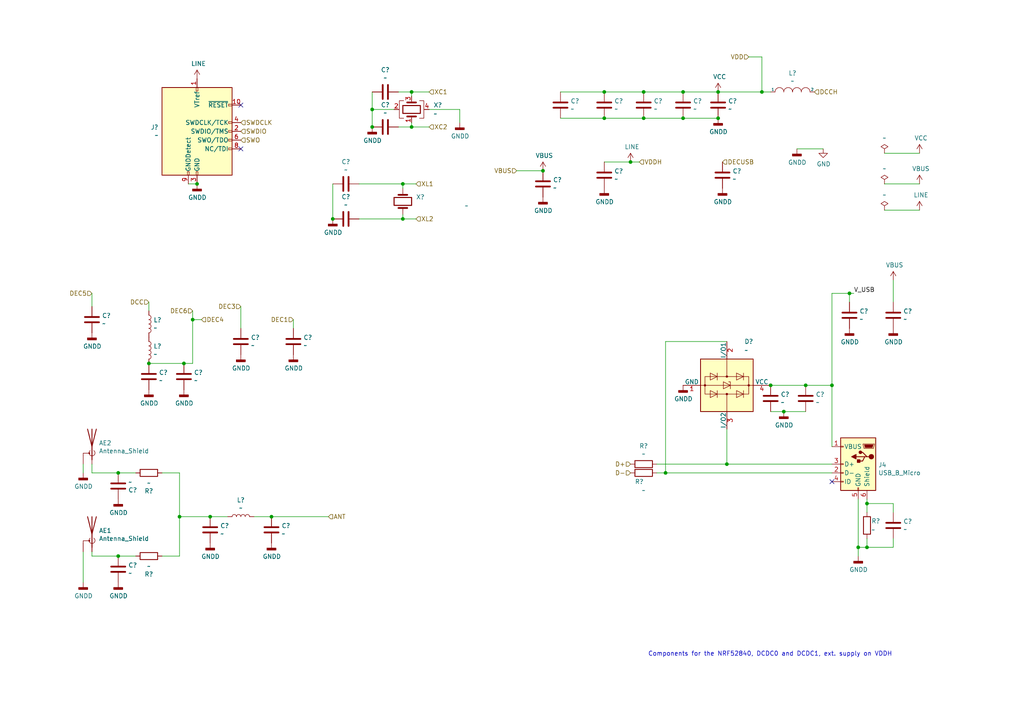
<source format=kicad_sch>
(kicad_sch (version 20211123) (generator eeschema)
  (paper "A4")
  (title_block (title "brewce Cooker Hardware") (date "2023-06-22") (rev "1.0.2") (company "Christian Hirsch") (comment 1 "Copyright 2023 Christian Hirsch") (comment 2 "SPDX-License-Identifier: Apache-2.0 WITH SHL-2.1"))
  (lib_symbols
    (symbol "Connector:Conn_ARM_JTAG_SWD_10" (pin_names (offset 1.016))
      (property "Reference" "J" (at -2.54 16.51 0))
      (property "Value" "Conn_ARM_JTAG_SWD_10" (at -2.54 13.97 0))
      (symbol "Conn_ARM_JTAG_SWD_10_0_1"
        (rectangle (start -10.16 12.7) (end 10.16 -12.7) (stroke (width 0.254)) (fill (type background)))
        (rectangle (start -2.794 -12.7) (end -2.286 -11.684))
        (rectangle (start -0.254 -12.7) (end 0.254 -11.684))
        (rectangle (start -0.254 12.7) (end 0.254 11.684))
        (rectangle (start 9.144 2.286) (end 10.16 2.794))
        (rectangle (start 10.16 -2.794) (end 9.144 -2.286))
        (rectangle (start 10.16 -0.254) (end 9.144 0.254))
        (rectangle (start 10.16 7.874) (end 9.144 7.366))
      )
      (symbol "Conn_ARM_JTAG_SWD_10_1_1"
        (rectangle (start 9.144 -5.334) (end 10.16 -4.826))
        (pin power_in line (at 0 15.24 270) (length 2.54) (name "VTref") (number "1"))
        (pin open_collector line (at 12.7 7.62 180) (length 2.54) (name "~{RESET}") (number "10"))
        (pin bidirectional line (at 12.7 0 180) (length 2.54) (name "SWDIO/TMS") (number "2"))
        (pin power_in line (at 0 -15.24 90) (length 2.54) (name "GND") (number "3"))
        (pin output line (at 12.7 2.54 180) (length 2.54) (name "SWDCLK/TCK") (number "4"))
        (pin passive line (at 0 -15.24 90) (length 2.54) hide (name "GND") (number "5"))
        (pin input line (at 12.7 -2.54 180) (length 2.54) (name "SWO/TDO") (number "6"))
        (pin no_connect line (at -10.16 0 0) (length 2.54) hide (name "KEY") (number "7"))
        (pin output line (at 12.7 -5.08 180) (length 2.54) (name "NC/TDI") (number "8"))
        (pin passive line (at -2.54 -15.24 90) (length 2.54) (name "GNDDetect") (number "9"))
      )
    )
    (symbol "Connector:USB_B_Micro" (pin_names (offset 1.016))
      (property "Reference" "J" (at -5.08 11.43 0))
      (property "Value" "USB_B_Micro" (at -5.08 8.89 0))
      (symbol "USB_B_Micro_0_1"
        (rectangle (start -5.08 -7.62) (end 5.08 7.62) (stroke (width 0.254)) (fill (type background)))
        (circle (center -3.81 2.159) (radius 0.635) (stroke (width 0.254)) (fill (type outline)))
        (circle (center -0.635 3.429) (radius 0.381) (stroke (width 0.254)) (fill (type outline)))
        (rectangle (start -0.127 -7.62) (end 0.127 -6.858))
        (polyline (pts (xy -1.905 2.159) (xy 0.635 2.159)) (stroke (width 0.254)))
        (polyline (pts (xy -3.175 2.159) (xy -2.54 2.159) (xy -1.27 3.429) (xy -0.635 3.429)) (stroke (width 0.254)))
        (polyline (pts (xy -2.54 2.159) (xy -1.905 2.159) (xy -1.27 0.889) (xy 0 0.889)) (stroke (width 0.254)))
        (polyline (pts (xy 0.635 2.794) (xy 0.635 1.524) (xy 1.905 2.159) (xy 0.635 2.794)) (stroke (width 0.254)) (fill (type outline)))
        (polyline (pts (xy -4.318 5.588) (xy -1.778 5.588) (xy -2.032 4.826) (xy -4.064 4.826) (xy -4.318 5.588)) (fill (type outline)))
        (polyline (pts (xy -4.699 5.842) (xy -4.699 5.588) (xy -4.445 4.826) (xy -4.445 4.572) (xy -1.651 4.572) (xy -1.651 4.826) (xy -1.397 5.588) (xy -1.397 5.842) (xy -4.699 5.842)))
        (rectangle (start 0.254 1.27) (end -0.508 0.508) (stroke (width 0.254)) (fill (type outline)))
        (rectangle (start 5.08 -5.207) (end 4.318 -4.953))
        (rectangle (start 5.08 -2.667) (end 4.318 -2.413))
        (rectangle (start 5.08 -0.127) (end 4.318 0.127))
        (rectangle (start 5.08 4.953) (end 4.318 5.207))
      )
      (symbol "USB_B_Micro_1_1"
        (pin power_out line (at 7.62 5.08 180) (length 2.54) (name "VBUS") (number "1"))
        (pin bidirectional line (at 7.62 -2.54 180) (length 2.54) (name "D-") (number "2"))
        (pin bidirectional line (at 7.62 0 180) (length 2.54) (name "D+") (number "3"))
        (pin passive line (at 7.62 -5.08 180) (length 2.54) (name "ID") (number "4"))
        (pin power_out line (at 0 -10.16 90) (length 2.54) (name "GND") (number "5"))
        (pin passive line (at -2.54 -10.16 90) (length 2.54) (name "Shield") (number "6"))
      )
    )
    (symbol "Device:Antenna_Shield" (pin_numbers hide) (pin_names (offset 1.016) hide)
      (property "Reference" "AE" (at -1.905 4.445 0))
      (property "Value" "Antenna_Shield" (at -1.905 2.54 0))
      (symbol "Antenna_Shield_0_1"
        (arc (start -0.508 -1.143) (mid -0.8429 -2.1194) (end 0 -2.667))
        (arc (start 0 -2.667) (mid 0.7989 -2.1052) (end 0.508 -1.143))
        (polyline (pts (xy 0 -2.54) (xy 0 0)))
        (polyline (pts (xy 0 5.08) (xy 0 -3.81)) (stroke (width 0.254)))
        (polyline (pts (xy 0.762 -1.905) (xy 2.54 -1.905)))
        (polyline (pts (xy 2.54 -2.54) (xy 2.54 -1.905)))
        (polyline (pts (xy 1.27 5.08) (xy 0 0) (xy -1.27 5.08)) (stroke (width 0.254)))
        (circle (center 0.762 -1.905) (radius 0.1778) (fill (type outline)))
      )
      (symbol "Antenna_Shield_1_1"
        (pin input line (at 0 -5.08 90) (length 2.54) (name "A") (number "1"))
        (pin input line (at 2.54 -5.08 90) (length 2.54) (name "Shield") (number "2"))
      )
    )
    (symbol "Device:C" (pin_numbers hide) (pin_names (offset 0.254))
      (property "Reference" "C" (at 0.635 2.54 0))
      (property "Value" "C" (at 0.635 -2.54 0))
      (symbol "C_0_1"
        (polyline (pts (xy -2.032 -0.762) (xy 2.032 -0.762)) (stroke (width 0.508)))
        (polyline (pts (xy -2.032 0.762) (xy 2.032 0.762)) (stroke (width 0.508)))
      )
      (symbol "C_1_1"
        (pin passive line (at 0 3.81 270) (length 2.794) (name "~") (number "1"))
        (pin passive line (at 0 -3.81 90) (length 2.794) (name "~") (number "2"))
      )
    )
    (symbol "Device:Crystal" (pin_numbers hide) (pin_names (offset 1.016) hide)
      (property "Reference" "Y" (at 0 3.81 0))
      (property "Value" "Crystal" (at 0 -3.81 0))
      (symbol "Crystal_0_1"
        (rectangle (start -1.143 2.54) (end 1.143 -2.54) (stroke (width 0.3048)))
        (polyline (pts (xy -2.54 0) (xy -1.905 0)))
        (polyline (pts (xy -1.905 -1.27) (xy -1.905 1.27)) (stroke (width 0.508)))
        (polyline (pts (xy 1.905 -1.27) (xy 1.905 1.27)) (stroke (width 0.508)))
        (polyline (pts (xy 2.54 0) (xy 1.905 0)))
      )
      (symbol "Crystal_1_1"
        (pin passive line (at -3.81 0 0) (length 1.27) (name "1") (number "1"))
        (pin passive line (at 3.81 0 180) (length 1.27) (name "2") (number "2"))
      )
    )
    (symbol "Device:Crystal_GND24" (pin_names (offset 1.016) hide)
      (property "Reference" "Y" (at 3.175 5.08 0))
      (property "Value" "Crystal_GND24" (at 3.175 3.175 0))
      (symbol "Crystal_GND24_0_1"
        (rectangle (start -1.143 2.54) (end 1.143 -2.54) (stroke (width 0.3048)))
        (polyline (pts (xy -2.54 0) (xy -2.032 0)))
        (polyline (pts (xy -2.032 -1.27) (xy -2.032 1.27)) (stroke (width 0.508)))
        (polyline (pts (xy 0 -3.81) (xy 0 -3.556)))
        (polyline (pts (xy 0 3.556) (xy 0 3.81)))
        (polyline (pts (xy 2.032 -1.27) (xy 2.032 1.27)) (stroke (width 0.508)))
        (polyline (pts (xy 2.032 0) (xy 2.54 0)))
        (polyline (pts (xy -2.54 -2.286) (xy -2.54 -3.556) (xy 2.54 -3.556) (xy 2.54 -2.286)))
        (polyline (pts (xy -2.54 2.286) (xy -2.54 3.556) (xy 2.54 3.556) (xy 2.54 2.286)))
      )
      (symbol "Crystal_GND24_1_1"
        (pin passive line (at -3.81 0 0) (length 1.27) (name "1") (number "1"))
        (pin passive line (at 0 5.08 270) (length 1.27) (name "2") (number "2"))
        (pin passive line (at 3.81 0 180) (length 1.27) (name "3") (number "3"))
        (pin passive line (at 0 -5.08 90) (length 1.27) (name "4") (number "4"))
      )
    )
    (symbol "Device:L" (pin_numbers hide) (pin_names (offset 1.016) hide)
      (property "Reference" "L" (at -1.27 0 90))
      (property "Value" "L" (at 1.905 0 90))
      (symbol "L_0_1"
        (arc (start 0 -2.54) (mid 0.635 -1.905) (end 0 -1.27))
        (arc (start 0 -1.27) (mid 0.635 -0.635) (end 0 0))
        (arc (start 0 0) (mid 0.635 0.635) (end 0 1.27))
        (arc (start 0 1.27) (mid 0.635 1.905) (end 0 2.54))
      )
      (symbol "L_1_1"
        (pin passive line (at 0 3.81 270) (length 1.27) (name "1") (number "1"))
        (pin passive line (at 0 -3.81 90) (length 1.27) (name "2") (number "2"))
      )
    )
    (symbol "Device:R" (pin_numbers hide) (pin_names (offset 0))
      (property "Reference" "R" (at 2.032 0 90))
      (property "Value" "R" (at 0 0 90))
      (symbol "R_0_1"
        (rectangle (start -1.016 -2.54) (end 1.016 2.54) (stroke (width 0.254)))
      )
      (symbol "R_1_1"
        (pin passive line (at 0 3.81 270) (length 1.27) (name "~") (number "1"))
        (pin passive line (at 0 -3.81 90) (length 1.27) (name "~") (number "2"))
      )
    )
    (symbol "Power_Protection:PRTR5V0U2X" (pin_names (offset 0))
      (property "Reference" "D" (at 2.794 8.636 0))
      (property "Value" "PRTR5V0U2X" (at 8.128 -9.398 0))
      (symbol "PRTR5V0U2X_0_1"
        (rectangle (start -7.62 -7.62) (end 7.62 7.62) (stroke (width 0.254)) (fill (type background)))
        (circle (center -2.54 0) (radius 0.254) (fill (type outline)))
        (rectangle (start -2.54 6.35) (end 2.54 -6.35))
        (circle (center 0 -6.35) (radius 0.254) (fill (type outline)))
        (polyline (pts (xy -2.54 0) (xy -7.62 0)))
        (polyline (pts (xy -1.524 -2.794) (xy -3.556 -2.794)))
        (polyline (pts (xy -1.524 4.826) (xy -3.556 4.826)))
        (polyline (pts (xy 0 -7.62) (xy 0 7.62)))
        (polyline (pts (xy 1.524 -2.794) (xy 3.556 -2.794)))
        (polyline (pts (xy 1.524 4.826) (xy 3.556 4.826)))
        (polyline (pts (xy 2.54 0) (xy 7.62 0)))
        (polyline (pts (xy 1.016 1.016) (xy -1.016 1.016) (xy -1.016 0.508)))
        (polyline (pts (xy -3.556 -4.826) (xy -1.524 -4.826) (xy -2.54 -2.794) (xy -3.556 -4.826)))
        (polyline (pts (xy -3.556 2.794) (xy -1.524 2.794) (xy -2.54 4.826) (xy -3.556 2.794)))
        (polyline (pts (xy -1.016 -1.016) (xy 1.016 -1.016) (xy 0 1.016) (xy -1.016 -1.016)))
        (polyline (pts (xy 3.556 -4.826) (xy 1.524 -4.826) (xy 2.54 -2.794) (xy 3.556 -4.826)))
        (polyline (pts (xy 3.556 2.794) (xy 1.524 2.794) (xy 2.54 4.826) (xy 3.556 2.794)))
        (circle (center 0 6.35) (radius 0.254) (fill (type outline)))
        (circle (center 2.54 0) (radius 0.254) (fill (type outline)))
      )
      (symbol "PRTR5V0U2X_1_1"
        (pin passive line (at 0 -12.7 90) (length 5.08) (name "GND") (number "1"))
        (pin passive line (at -12.7 0 0) (length 5.08) (name "I/O1") (number "2"))
        (pin passive line (at 12.7 0 180) (length 5.08) (name "I/O2") (number "3"))
        (pin passive line (at 0 12.7 270) (length 5.08) (name "VCC") (number "4"))
      )
    )
    (symbol "power:GND" (power) (pin_names (offset 0))
      (property "Value" "GND" (at 0 -3.81 0))
      (symbol "GND_0_1"
        (polyline (pts (xy 0 0) (xy 0 -1.27) (xy 1.27 -1.27) (xy 0 -2.54) (xy -1.27 -1.27) (xy 0 -1.27)))
      )
      (symbol "GND_1_1"
        (pin power_in line (at 0 0 270) (length 0) hide (name "GND") (number "1"))
      )
    )
    (symbol "power:GNDD" (power) (pin_names (offset 0))
      (property "Value" "GNDD" (at 0 -3.175 0))
      (symbol "GNDD_0_1"
        (rectangle (start -1.27 -1.524) (end 1.27 -2.032) (stroke (width 0.254)) (fill (type outline)))
        (polyline (pts (xy 0 0) (xy 0 -1.524)))
      )
      (symbol "GNDD_1_1"
        (pin power_in line (at 0 0 270) (length 0) hide (name "GNDD") (number "1"))
      )
    )
    (symbol "power:LINE" (power) (pin_names (offset 0))
      (property "Value" "LINE" (at 0 3.81 0))
      (symbol "LINE_0_1"
        (polyline (pts (xy -0.762 1.27) (xy 0 2.54)))
        (polyline (pts (xy 0 0) (xy 0 2.54)))
        (polyline (pts (xy 0 2.54) (xy 0.762 1.27)))
      )
      (symbol "LINE_1_1"
        (pin power_in line (at 0 0 90) (length 0) hide (name "LINE") (number "1"))
      )
    )
    (symbol "power:PWR_FLAG" (power) (pin_numbers hide) (pin_names (offset 0) hide)
      (property "Value" "PWR_FLAG" (at 0 3.81 0))
      (symbol "PWR_FLAG_0_0"
        (pin power_out line (at 0 0 90) (length 0) (name "pwr") (number "1"))
      )
      (symbol "PWR_FLAG_0_1"
        (polyline (pts (xy 0 0) (xy 0 1.27) (xy -1.016 1.905) (xy 0 2.54) (xy 1.016 1.905) (xy 0 1.27)))
      )
    )
    (symbol "power:VBUS" (power) (pin_names (offset 0))
      (property "Value" "VBUS" (at 0 3.81 0))
      (symbol "VBUS_0_1"
        (polyline (pts (xy -0.762 1.27) (xy 0 2.54)))
        (polyline (pts (xy 0 0) (xy 0 2.54)))
        (polyline (pts (xy 0 2.54) (xy 0.762 1.27)))
      )
      (symbol "VBUS_1_1"
        (pin power_in line (at 0 0 90) (length 0) hide (name "VBUS") (number "1"))
      )
    )
    (symbol "power:VCC" (power) (pin_names (offset 0))
      (property "Value" "VCC" (at 0 3.81 0))
      (symbol "VCC_0_1"
        (polyline (pts (xy -0.762 1.27) (xy 0 2.54)))
        (polyline (pts (xy 0 0) (xy 0 2.54)))
        (polyline (pts (xy 0 2.54) (xy 0.762 1.27)))
      )
      (symbol "VCC_1_1"
        (pin power_in line (at 0 0 90) (length 0) hide (name "VCC") (number "1"))
      )
    )
    (symbol "pspice:INDUCTOR" (pin_numbers hide) (pin_names (offset 0))
      (property "Reference" "L" (at 0 2.54 0))
      (property "Value" "INDUCTOR" (at 0 -1.27 0))
      (symbol "INDUCTOR_0_1"
        (arc (start -2.54 0) (mid -3.81 1.27) (end -5.08 0))
        (arc (start 0 0) (mid -1.27 1.27) (end -2.54 0))
        (arc (start 2.54 0) (mid 1.27 1.27) (end 0 0))
        (arc (start 5.08 0) (mid 3.81 1.27) (end 2.54 0))
      )
      (symbol "INDUCTOR_1_1"
        (pin input line (at -6.35 0 0) (length 1.27) (name "1") (number "1"))
        (pin input line (at 6.35 0 180) (length 1.27) (name "2") (number "2"))
      )
    )
  )
  (junction (at 208.28 34.29))
  (junction (at 34.29 161.29))
  (junction (at 60.96 149.86))
  (junction (at 220.98 26.67))
  (junction (at 241.3 111.76))
  (junction (at 107.95 31.75))
  (junction (at 157.48 49.53))
  (junction (at 198.12 26.67))
  (junction (at 34.29 137.16))
  (junction (at 186.69 26.67))
  (junction (at 182.88 46.99))
  (junction (at 251.46 158.75))
  (junction (at 55.88 92.71))
  (junction (at 175.26 26.67))
  (junction (at 198.12 34.29))
  (junction (at 78.74 149.86))
  (junction (at 248.92 158.75))
  (junction (at 57.15 53.34))
  (junction (at 223.52 111.76))
  (junction (at 43.18 105.41))
  (junction (at 208.28 26.67))
  (junction (at 116.84 63.5))
  (junction (at 53.34 105.41))
  (junction (at 175.26 34.29))
  (junction (at 107.95 36.83))
  (junction (at 246.38 85.09))
  (junction (at 227.33 119.38))
  (junction (at 233.68 111.76))
  (junction (at 210.82 134.62))
  (junction (at 193.04 137.16))
  (junction (at 96.52 63.5))
  (junction (at 116.84 53.34))
  (junction (at 186.69 34.29))
  (junction (at 52.07 149.86))
  (junction (at 119.38 36.83))
  (junction (at 251.46 146.05))
  (junction (at 119.38 26.67))
  (no_connect (at 69.85 43.18))
  (no_connect (at 241.3 139.7))
  (no_connect (at 69.85 30.48))
  (wire (pts (xy 69.85 88.9) (xy 69.85 95.25)))
  (wire (pts (xy 223.52 119.38) (xy 227.33 119.38)))
  (wire (pts (xy 193.04 99.06) (xy 193.04 137.16)))
  (wire (pts (xy 24.13 168.91) (xy 24.13 160.02)))
  (wire (pts (xy 175.26 26.67) (xy 162.56 26.67)))
  (wire (pts (xy 182.88 46.99) (xy 185.42 46.99)))
  (wire (pts (xy 251.46 156.21) (xy 251.46 158.75)))
  (wire (pts (xy 96.52 63.5) (xy 96.52 53.34)))
  (wire (pts (xy 119.38 35.56) (xy 119.38 36.83)))
  (wire (pts (xy 124.46 26.67) (xy 119.38 26.67)))
  (wire (pts (xy 107.95 31.75) (xy 107.95 26.67)))
  (wire (pts (xy 233.68 111.76) (xy 241.3 111.76)))
  (wire (pts (xy 116.84 53.34) (xy 120.65 53.34)))
  (wire (pts (xy 73.66 149.86) (xy 78.74 149.86)))
  (wire (pts (xy 220.98 16.51) (xy 217.17 16.51)))
  (wire (pts (xy 259.08 81.28) (xy 259.08 87.63)))
  (wire (pts (xy 241.3 137.16) (xy 193.04 137.16)))
  (wire (pts (xy 52.07 137.16) (xy 46.99 137.16)))
  (wire (pts (xy 190.5 134.62) (xy 210.82 134.62)))
  (wire (pts (xy 251.46 146.05) (xy 251.46 144.78)))
  (wire (pts (xy 26.67 161.29) (xy 34.29 161.29)))
  (wire (pts (xy 246.38 85.09) (xy 241.3 85.09)))
  (wire (pts (xy 248.92 158.75) (xy 248.92 161.29)))
  (wire (pts (xy 241.3 111.76) (xy 241.3 129.54)))
  (wire (pts (xy 107.95 36.83) (xy 107.95 31.75)))
  (wire (pts (xy 26.67 161.29) (xy 26.67 160.02)))
  (wire (pts (xy 210.82 124.46) (xy 210.82 134.62)))
  (wire (pts (xy 175.26 46.99) (xy 182.88 46.99)))
  (wire (pts (xy 120.65 63.5) (xy 116.84 63.5)))
  (wire (pts (xy 34.29 161.29) (xy 39.37 161.29)))
  (wire (pts (xy 208.28 26.67) (xy 220.98 26.67)))
  (wire (pts (xy 34.29 137.16) (xy 39.37 137.16)))
  (wire (pts (xy 24.13 137.16) (xy 24.13 134.62)))
  (wire (pts (xy 133.35 31.75) (xy 133.35 35.56)))
  (wire (pts (xy 256.54 60.96) (xy 266.7 60.96)))
  (wire (pts (xy 223.52 111.76) (xy 233.68 111.76)))
  (wire (pts (xy 175.26 34.29) (xy 186.69 34.29)))
  (wire (pts (xy 55.88 92.71) (xy 55.88 105.41)))
  (wire (pts (xy 259.08 156.21) (xy 259.08 158.75)))
  (wire (pts (xy 246.38 87.63) (xy 246.38 85.09)))
  (wire (pts (xy 124.46 31.75) (xy 133.35 31.75)))
  (wire (pts (xy 26.67 134.62) (xy 26.67 137.16)))
  (wire (pts (xy 157.48 49.53) (xy 149.86 49.53)))
  (wire (pts (xy 266.7 44.45) (xy 256.54 44.45)))
  (wire (pts (xy 116.84 53.34) (xy 116.84 54.61)))
  (wire (pts (xy 198.12 34.29) (xy 208.28 34.29)))
  (wire (pts (xy 60.96 149.86) (xy 66.04 149.86)))
  (wire (pts (xy 247.65 85.09) (xy 246.38 85.09)))
  (wire (pts (xy 233.68 119.38) (xy 227.33 119.38)))
  (wire (pts (xy 116.84 53.34) (xy 104.14 53.34)))
  (wire (pts (xy 114.3 31.75) (xy 107.95 31.75)))
  (wire (pts (xy 248.92 158.75) (xy 251.46 158.75)))
  (wire (pts (xy 198.12 26.67) (xy 186.69 26.67)))
  (wire (pts (xy 54.61 53.34) (xy 57.15 53.34)))
  (wire (pts (xy 119.38 36.83) (xy 124.46 36.83)))
  (wire (pts (xy 251.46 158.75) (xy 259.08 158.75)))
  (wire (pts (xy 115.57 36.83) (xy 119.38 36.83)))
  (wire (pts (xy 53.34 105.41) (xy 55.88 105.41)))
  (wire (pts (xy 251.46 146.05) (xy 259.08 146.05)))
  (wire (pts (xy 251.46 148.59) (xy 251.46 146.05)))
  (wire (pts (xy 220.98 26.67) (xy 223.52 26.67)))
  (wire (pts (xy 55.88 92.71) (xy 58.42 92.71)))
  (wire (pts (xy 193.04 137.16) (xy 190.5 137.16)))
  (wire (pts (xy 241.3 85.09) (xy 241.3 111.76)))
  (wire (pts (xy 162.56 34.29) (xy 175.26 34.29)))
  (wire (pts (xy 26.67 137.16) (xy 34.29 137.16)))
  (wire (pts (xy 259.08 148.59) (xy 259.08 146.05)))
  (wire (pts (xy 116.84 63.5) (xy 104.14 63.5)))
  (wire (pts (xy 119.38 26.67) (xy 115.57 26.67)))
  (wire (pts (xy 26.67 85.09) (xy 26.67 88.9)))
  (wire (pts (xy 256.54 53.34) (xy 266.7 53.34)))
  (wire (pts (xy 210.82 99.06) (xy 193.04 99.06)))
  (wire (pts (xy 116.84 62.23) (xy 116.84 63.5)))
  (wire (pts (xy 52.07 161.29) (xy 52.07 149.86)))
  (wire (pts (xy 210.82 134.62) (xy 241.3 134.62)))
  (wire (pts (xy 208.28 26.67) (xy 198.12 26.67)))
  (wire (pts (xy 43.18 105.41) (xy 53.34 105.41)))
  (wire (pts (xy 52.07 149.86) (xy 52.07 137.16)))
  (wire (pts (xy 46.99 161.29) (xy 52.07 161.29)))
  (wire (pts (xy 186.69 26.67) (xy 175.26 26.67)))
  (wire (pts (xy 231.14 43.18) (xy 238.76 43.18)))
  (wire (pts (xy 52.07 149.86) (xy 60.96 149.86)))
  (wire (pts (xy 248.92 144.78) (xy 248.92 158.75)))
  (wire (pts (xy 78.74 149.86) (xy 95.25 149.86)))
  (wire (pts (xy 220.98 26.67) (xy 220.98 16.51)))
  (wire (pts (xy 119.38 27.94) (xy 119.38 26.67)))
  (wire (pts (xy 43.18 87.63) (xy 43.18 90.17)))
  (wire (pts (xy 55.88 90.17) (xy 55.88 92.71)))
  (wire (pts (xy 186.69 34.29) (xy 198.12 34.29)))
  (wire (pts (xy 85.09 95.25) (xy 85.09 92.71)))
  (text "Components for the NRF52840, DCDC0 and DCDC1, ext. supply on VDDH" (at 187.96 190.5 0) (effects (font (size 1.27 1.27)) (justify left bottom)))
  (label "V_USB" (at 247.65 85.09 0))
  (hierarchical_label "DEC3" (shape input) (at 69.85 88.9 180))
  (hierarchical_label "SWDCLK" (shape input) (at 69.85 35.56 0))
  (hierarchical_label "XC1" (shape input) (at 124.46 26.67 0))
  (hierarchical_label "DEC4" (shape input) (at 58.42 92.71 0))
  (hierarchical_label "XC2" (shape input) (at 124.46 36.83 0))
  (hierarchical_label "DEC1" (shape input) (at 85.09 92.71 180))
  (hierarchical_label "DCCH" (shape input) (at 236.22 26.67 0))
  (hierarchical_label "DECUSB" (shape input) (at 209.55 46.99 0))
  (hierarchical_label "XL1" (shape input) (at 120.65 53.34 0))
  (hierarchical_label "DEC5" (shape input) (at 26.67 85.09 180))
  (hierarchical_label "VBUS" (shape input) (at 149.86 49.53 180))
  (hierarchical_label "SWDIO" (shape input) (at 69.85 38.1 0))
  (hierarchical_label "D+" (shape input) (at 182.88 134.62 180))
  (hierarchical_label "DEC6" (shape input) (at 55.88 90.17 180))
  (hierarchical_label "D-" (shape input) (at 182.88 137.16 180))
  (hierarchical_label "ANT" (shape input) (at 95.25 149.86 0))
  (hierarchical_label "VDD" (shape input) (at 217.17 16.51 180))
  (hierarchical_label "XL2" (shape input) (at 120.65 63.5 0))
  (hierarchical_label "SWO" (shape input) (at 69.85 40.64 0))
  (hierarchical_label "DCC" (shape input) (at 43.18 87.63 180))
  (hierarchical_label "VDDH" (shape input) (at 185.42 46.99 0))
  (symbol (lib_id "Connector:Conn_ARM_JTAG_SWD_10") (at 57.15 38.1 0) (unit 1)
    (property "Reference" "J?" (at 45.974 36.9316 0) (effects (justify right)))
    (property "Value" "~" (at 45.974 39.243 0) (effects (justify right)))
    (property "Datasheet" "http://infocenter.arm.com/help/topic/com.arm.doc.faqs/attached/13634/cortex_debug_connectors.pdf" (effects hide))
  )
  (symbol (lib_id "power:GNDD") (at 57.15 53.34 0) (unit 1)
    (property "Reference" "#PWR?" (effects hide))
    (property "Value" "GNDD" (at 57.2516 57.277 0))
  )
  (symbol (lib_id "Device:C") (at 111.76 26.67 90) (unit 1)
    (property "Reference" "C?" (at 111.76 20.2692 90))
    (property "Value" "~" (at 111.76 22.5806 90))
  )
  (symbol (lib_id "Device:C") (at 111.76 36.83 90) (unit 1)
    (property "Reference" "C?" (at 111.76 30.4292 90))
    (property "Value" "~" (at 111.76 32.7406 90))
  )
  (symbol (lib_id "Device:Crystal_GND24") (at 119.38 31.75 90) (unit 1)
    (property "Reference" "X?" (at 125.73 30.48 90) (effects (justify right)))
    (property "Value" "~" (at 125.73 33.02 90) (effects (justify right)))
  )
  (symbol (lib_id "power:GNDD") (at 107.95 36.83 0) (unit 1)
    (property "Reference" "#PWR?" (effects hide))
    (property "Value" "~" (at 108.0516 40.767 0))
  )
  (symbol (lib_id "Device:C") (at 208.28 30.48 0) (unit 1)
    (property "Reference" "C?" (at 211.201 29.3116 0) (effects (justify left)))
    (property "Value" "~" (at 211.201 31.623 0) (effects (justify left)))
  )
  (symbol (lib_id "power:GNDD") (at 208.28 34.29 0) (unit 1)
    (property "Reference" "#PWR?" (effects hide))
    (property "Value" "~" (at 208.3816 38.227 0))
  )
  (symbol (lib_id "Device:L") (at 43.18 93.98 0) (unit 1)
    (property "Reference" "L?" (at 44.5262 92.8116 0) (effects (justify left)))
    (property "Value" "~" (at 44.5262 95.123 0) (effects (justify left)))
  )
  (symbol (lib_id "Device:L") (at 43.18 101.6 0) (unit 1)
    (property "Reference" "L?" (at 44.5262 100.4316 0) (effects (justify left)))
    (property "Value" "~" (at 44.5262 102.743 0) (effects (justify left)))
  )
  (symbol (lib_id "power:GNDD") (at 43.18 113.03 0) (unit 1)
    (property "Reference" "#PWR?" (effects hide))
    (property "Value" "~" (at 43.2816 116.967 0))
  )
  (symbol (lib_id "Device:C") (at 43.18 109.22 0) (unit 1)
    (property "Reference" "C?" (at 46.101 108.0516 0) (effects (justify left)))
    (property "Value" "~" (at 46.101 110.363 0) (effects (justify left)))
  )
  (symbol (lib_id "Device:C") (at 53.34 109.22 0) (unit 1)
    (property "Reference" "C?" (at 56.261 108.0516 0) (effects (justify left)))
    (property "Value" "~" (at 56.261 110.363 0) (effects (justify left)))
  )
  (symbol (lib_id "power:GNDD") (at 53.34 113.03 0) (unit 1)
    (property "Reference" "#PWR?" (effects hide))
    (property "Value" "~" (at 53.4416 116.967 0))
  )
  (symbol (lib_id "Device:C") (at 85.09 99.06 0) (unit 1)
    (property "Reference" "C?" (at 88.011 97.8916 0) (effects (justify left)))
    (property "Value" "~" (at 88.011 100.203 0) (effects (justify left)))
  )
  (symbol (lib_id "power:GNDD") (at 85.09 102.87 0) (unit 1)
    (property "Reference" "#PWR?" (effects hide))
    (property "Value" "~" (at 85.1916 106.807 0))
  )
  (symbol (lib_id "Device:C") (at 69.85 99.06 0) (unit 1)
    (property "Reference" "C?" (at 72.771 97.8916 0) (effects (justify left)))
    (property "Value" "~" (at 72.771 100.203 0) (effects (justify left)))
  )
  (symbol (lib_id "power:GNDD") (at 69.85 102.87 0) (unit 1)
    (property "Reference" "#PWR?" (effects hide))
    (property "Value" "~" (at 69.9516 106.807 0))
  )
  (symbol (lib_id "Device:C") (at 26.67 92.71 0) (unit 1)
    (property "Reference" "C?" (at 29.591 91.5416 0) (effects (justify left)))
    (property "Value" "~" (at 29.591 93.853 0) (effects (justify left)))
  )
  (symbol (lib_id "power:GNDD") (at 26.67 96.52 0) (unit 1)
    (property "Reference" "#PWR?" (effects hide))
    (property "Value" "~" (at 26.7716 100.457 0))
  )
  (symbol (lib_id "power:VCC") (at 208.28 26.67 0) (unit 1)
    (property "Reference" "#PWR?" (effects hide))
    (property "Value" "~" (at 208.7118 22.2758 0))
  )
  (symbol (lib_id "Device:C") (at 78.74 153.67 0) (unit 1)
    (property "Reference" "C?" (at 81.661 152.5016 0) (effects (justify left)))
    (property "Value" "~" (at 81.661 154.813 0) (effects (justify left)))
  )
  (symbol (lib_id "Device:C") (at 60.96 153.67 0) (unit 1)
    (property "Reference" "C?" (at 63.881 152.5016 0) (effects (justify left)))
    (property "Value" "~" (at 63.881 154.813 0) (effects (justify left)))
  )
  (symbol (lib_id "Device:L") (at 69.85 149.86 90) (unit 1)
    (property "Reference" "L?" (at 69.85 145.034 90))
    (property "Value" "~" (at 69.85 147.3454 90))
  )
  (symbol (lib_id "power:GNDD") (at 78.74 157.48 0) (unit 1)
    (property "Reference" "#PWR?" (effects hide))
    (property "Value" "~" (at 78.8416 161.417 0))
  )
  (symbol (lib_id "power:GNDD") (at 60.96 157.48 0) (unit 1)
    (property "Reference" "#PWR?" (effects hide))
    (property "Value" "~" (at 61.0616 161.417 0))
  )
  (symbol (lib_id "Device:C") (at 198.12 30.48 0) (unit 1)
    (property "Reference" "C?" (at 201.041 29.3116 0) (effects (justify left)))
    (property "Value" "~" (at 201.041 31.623 0) (effects (justify left)))
  )
  (symbol (lib_id "Device:C") (at 186.69 30.48 0) (unit 1)
    (property "Reference" "C?" (at 189.611 29.3116 0) (effects (justify left)))
    (property "Value" "~" (at 189.611 31.623 0) (effects (justify left)))
  )
  (symbol (lib_id "Device:C") (at 175.26 30.48 0) (unit 1)
    (property "Reference" "C?" (at 178.181 29.3116 0) (effects (justify left)))
    (property "Value" "~" (at 178.181 31.623 0) (effects (justify left)))
  )
  (symbol (lib_id "Device:C") (at 162.56 30.48 0) (unit 1)
    (property "Reference" "C?" (at 165.481 29.3116 0) (effects (justify left)))
    (property "Value" "~" (at 165.481 31.623 0) (effects (justify left)))
  )
  (symbol (lib_id "Device:C") (at 34.29 165.1 0) (unit 1)
    (property "Reference" "C?" (at 37.211 163.9316 0) (effects (justify left)))
    (property "Value" "~" (at 37.211 166.243 0) (effects (justify left)))
  )
  (symbol (lib_id "power:GNDD") (at 34.29 168.91 0) (unit 1)
    (property "Reference" "#PWR?" (effects hide))
    (property "Value" "~" (at 34.3916 172.847 0))
  )
  (symbol (lib_id "pspice:INDUCTOR") (at 229.87 26.67 0) (unit 1)
    (property "Reference" "L?" (at 229.87 21.209 0))
    (property "Value" "~" (at 229.87 23.5204 0))
  )
  (symbol (lib_id "Device:C") (at 157.48 53.34 0) (unit 1)
    (property "Reference" "C?" (at 160.401 52.1716 0) (effects (justify left)))
    (property "Value" "~" (at 160.401 54.483 0) (effects (justify left)))
  )
  (symbol (lib_id "power:GNDD") (at 157.48 57.15 0) (unit 1)
    (property "Reference" "#PWR?" (effects hide))
    (property "Value" "~" (at 157.5816 61.087 0))
  )
  (symbol (lib_id "power:VBUS") (at 157.48 49.53 0) (unit 1)
    (property "Reference" "#PWR?" (effects hide))
    (property "Value" "~" (at 157.861 45.1358 0))
  )
  (symbol (lib_id "Device:C") (at 175.26 50.8 0) (unit 1)
    (property "Reference" "C?" (at 178.181 49.6316 0) (effects (justify left)))
    (property "Value" "~" (at 178.181 51.943 0) (effects (justify left)))
  )
  (symbol (lib_id "power:GNDD") (at 175.26 54.61 0) (unit 1)
    (property "Reference" "#PWR?" (effects hide))
    (property "Value" "~" (at 175.3616 58.547 0))
  )
  (symbol (lib_id "Device:C") (at 209.55 50.8 0) (unit 1)
    (property "Reference" "C?" (at 212.471 49.6316 0) (effects (justify left)))
    (property "Value" "~" (at 212.471 51.943 0) (effects (justify left)))
  )
  (symbol (lib_id "power:GNDD") (at 209.55 54.61 0) (unit 1)
    (property "Reference" "#PWR?" (effects hide))
    (property "Value" "~" (at 209.6516 58.547 0))
  )
  (symbol (lib_id "power:LINE") (at 182.88 46.99 0) (unit 1)
    (property "Reference" "#PWR?" (effects hide))
    (property "Value" "~" (at 183.3118 42.5958 0))
  )
  (symbol (lib_id "power:PWR_FLAG") (at 256.54 44.45 0) (unit 1)
    (property "Reference" "#FLG?" (effects hide))
    (property "Value" "~" (at 256.54 40.0304 0))
  )
  (symbol (lib_id "power:VCC") (at 266.7 44.45 0) (unit 1)
    (property "Reference" "#PWR?" (effects hide))
    (property "Value" "~" (at 267.1318 40.0558 0))
  )
  (symbol (lib_id "power:PWR_FLAG") (at 256.54 53.34 0) (unit 1)
    (property "Reference" "#FLG?" (effects hide))
    (property "Value" "~" (at 256.54 48.9204 0))
  )
  (symbol (lib_id "power:VBUS") (at 266.7 53.34 0) (unit 1)
    (property "Reference" "#PWR?" (effects hide))
    (property "Value" "~" (at 267.081 48.9458 0))
  )
  (symbol (lib_id "power:GNDD") (at 231.14 43.18 0) (unit 1)
    (property "Reference" "#PWR?" (effects hide))
    (property "Value" "~" (at 231.2416 47.117 0))
  )
  (symbol (lib_id "power:GND") (at 238.76 43.18 0) (unit 1)
    (property "Reference" "#PWR?" (effects hide))
    (property "Value" "~" (at 238.887 47.5742 0))
  )
  (symbol (lib_id "power:LINE") (at 266.7 60.96 0) (unit 1)
    (property "Reference" "#PWR?" (effects hide))
    (property "Value" "~" (at 267.1318 56.5658 0))
  )
  (symbol (lib_id "power:PWR_FLAG") (at 256.54 60.96 0) (unit 1)
    (property "Reference" "#FLG?" (effects hide))
    (property "Value" "~" (at 256.54 56.5404 0))
  )
  (symbol (lib_id "Device:C") (at 100.33 53.34 90) (unit 1)
    (property "Reference" "C?" (at 100.33 46.9392 90))
    (property "Value" "~" (at 100.33 49.2506 90))
  )
  (symbol (lib_id "Device:C") (at 100.33 63.5 90) (unit 1)
    (property "Reference" "C?" (at 100.33 57.0992 90))
    (property "Value" "~" (at 100.33 59.4106 90))
  )
  (symbol (lib_id "Device:Crystal") (at 116.84 58.42 90) (unit 1)
    (property "Reference" "X?" (at 123.19 57.15 90) (effects (justify left)))
    (property "Value" "~" (at 135.89 59.69 90) (effects (justify left)))
  )
  (symbol (lib_id "power:GNDD") (at 96.52 63.5 0) (unit 1)
    (property "Reference" "#PWR?" (effects hide))
    (property "Value" "~" (at 96.6216 67.437 0))
  )
  (symbol (lib_id "power:GNDD") (at 248.92 161.29 0) (unit 1)
    (property "Reference" "#PWR?" (effects hide))
    (property "Value" "~" (at 249.0216 165.227 0))
  )
  (symbol (lib_id "Power_Protection:PRTR5V0U2X") (at 210.82 111.76 270) (unit 1)
    (property "Reference" "D?" (at 215.9 99.06 90) (effects (justify left)))
    (property "Value" "~" (at 215.9 101.6 90) (effects (justify left)))
    (property "Datasheet" "https://assets.nexperia.com/documents/data-sheet/PRTR5V0U2X.pdf" (effects hide))
  )
  (symbol (lib_id "power:GNDD") (at 198.12 111.76 0) (unit 1)
    (property "Reference" "#PWR?" (effects hide))
    (property "Value" "~" (at 198.2216 115.697 0))
  )
  (symbol (lib_id "power:VBUS") (at 259.08 81.28 0) (unit 1)
    (property "Reference" "#PWR?" (effects hide))
    (property "Value" "~" (at 259.461 76.8858 0))
  )
  (symbol (lib_id "Device:C") (at 223.52 115.57 0) (unit 1)
    (property "Reference" "C?" (at 226.441 114.4016 0) (effects (justify left)))
    (property "Value" "~" (at 226.441 116.713 0) (effects (justify left)))
  )
  (symbol (lib_id "Device:C") (at 233.68 115.57 0) (unit 1)
    (property "Reference" "C?" (at 236.601 114.4016 0) (effects (justify left)))
    (property "Value" "~" (at 236.601 116.713 0) (effects (justify left)))
  )
  (symbol (lib_id "power:GNDD") (at 227.33 119.38 0) (unit 1)
    (property "Reference" "#PWR?" (effects hide))
    (property "Value" "~" (at 227.4316 123.317 0))
  )
  (symbol (lib_id "Device:C") (at 259.08 91.44 0) (unit 1)
    (property "Reference" "C?" (at 262.001 90.2716 0) (effects (justify left)))
    (property "Value" "~" (at 262.001 92.583 0) (effects (justify left)))
  )
  (symbol (lib_id "power:GNDD") (at 259.08 95.25 0) (unit 1)
    (property "Reference" "#PWR?" (effects hide))
    (property "Value" "~" (at 259.1816 99.187 0))
  )
  (symbol (lib_id "Device:C") (at 246.38 91.44 0) (unit 1)
    (property "Reference" "C?" (at 249.301 90.2716 0) (effects (justify left)))
    (property "Value" "~" (at 249.301 92.583 0) (effects (justify left)))
  )
  (symbol (lib_id "power:GNDD") (at 246.38 95.25 0) (unit 1)
    (property "Reference" "#PWR?" (effects hide))
    (property "Value" "~" (at 246.4816 99.187 0))
  )
  (symbol (lib_id "Device:R") (at 186.69 134.62 90) (unit 1)
    (property "Reference" "R?" (at 186.69 129.3622 90))
    (property "Value" "~" (at 186.69 131.6736 90))
  )
  (symbol (lib_id "Device:R") (at 186.69 137.16 270) (unit 1)
    (property "Reference" "R?" (at 185.42 139.7 90))
    (property "Value" "~" (at 186.69 142.24 90))
  )
  (symbol (lib_id "power:GNDD") (at 133.35 35.56 0) (unit 1)
    (property "Reference" "#PWR?" (effects hide))
    (property "Value" "~" (at 133.4516 39.497 0))
  )
  (symbol (lib_id "Connector:USB_B_Micro") (at 248.92 134.62 0) (mirror y) (unit 1)
    (property "Reference" "J4" (at 254.7366 134.8486 0) (effects (justify right)))
    (property "Value" "USB_B_Micro" (at 254.7366 137.16 0) (effects (justify right)))
    (property "Footprint" "Connector_USB:USB_Micro-B_Molex_47346-0001" (effects hide))
  )
  (symbol (lib_id "power:LINE") (at 57.15 22.86 0) (unit 1)
    (property "Reference" "#PWR?" (effects hide))
    (property "Value" "~" (at 57.5818 18.4658 0))
  )
  (symbol (lib_id "Device:Antenna_Shield") (at 26.67 154.94 0) (mirror y) (unit 1)
    (property "Reference" "AE1" (at 28.6766 153.8986 0) (effects (justify right)))
    (property "Value" "Antenna_Shield" (at 28.6766 156.21 0) (effects (justify right)))
    (property "Footprint" "RF_Antenna:Texas_SWRA117D_2.4GHz_Right" (effects hide))
  )
  (symbol (lib_id "power:GNDD") (at 24.13 168.91 0) (unit 1)
    (property "Reference" "#PWR?" (effects hide))
    (property "Value" "~" (at 24.2316 172.847 0))
  )
  (symbol (lib_id "Device:R") (at 43.18 161.29 90) (mirror x) (unit 1)
    (property "Reference" "R?" (at 43.18 166.5478 90))
    (property "Value" "~" (at 43.18 164.2364 90))
  )
  (symbol (lib_id "Device:R") (at 251.46 152.4 0) (mirror x) (unit 1)
    (property "Reference" "R?" (at 252.73 151.13 0) (effects (justify left)))
    (property "Value" "~" (at 252.73 153.67 0) (effects (justify left)))
  )
  (symbol (lib_id "Device:C") (at 259.08 152.4 0) (unit 1)
    (property "Reference" "C?" (at 262.001 151.2316 0) (effects (justify left)))
    (property "Value" "~" (at 262.001 153.543 0) (effects (justify left)))
  )
  (symbol (lib_id "Device:R") (at 43.18 137.16 270) (unit 1)
    (property "Reference" "R?" (at 43.18 142.4178 90))
    (property "Value" "~" (at 43.18 140.1064 90))
  )
  (symbol (lib_id "Device:C") (at 34.29 140.97 0) (mirror x) (unit 1)
    (property "Reference" "C?" (at 37.211 142.1384 0) (effects (justify left)))
    (property "Value" "~" (at 37.211 139.827 0) (effects (justify left)))
  )
  (symbol (lib_id "Device:Antenna_Shield") (at 26.67 129.54 0) (mirror y) (unit 1)
    (property "Reference" "AE2" (at 28.6766 128.4986 0) (effects (justify right)))
    (property "Value" "Antenna_Shield" (at 28.6766 130.81 0) (effects (justify right)))
    (property "Footprint" "Connector_Coaxial:U.FL_Molex_MCRF_73412-0110_Vertical" (effects hide))
  )
  (symbol (lib_id "power:GNDD") (at 24.13 137.16 0) (unit 1)
    (property "Reference" "#PWR?" (effects hide))
    (property "Value" "~" (at 24.2316 141.097 0))
  )
  (symbol (lib_id "power:GNDD") (at 34.29 144.78 0) (unit 1)
    (property "Reference" "#PWR?" (effects hide))
    (property "Value" "~" (at 34.3916 148.717 0))
  )
)
</source>
